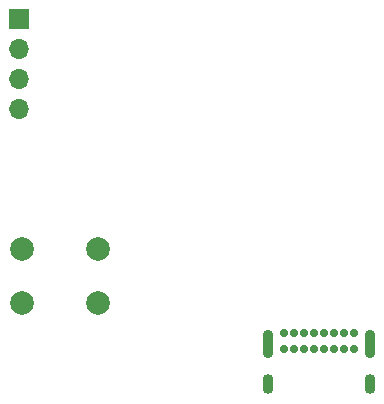
<source format=gbr>
%TF.GenerationSoftware,KiCad,Pcbnew,8.0.5*%
%TF.CreationDate,2025-10-28T17:55:05-05:00*%
%TF.ProjectId,Microcontroller,4d696372-6f63-46f6-9e74-726f6c6c6572,rev?*%
%TF.SameCoordinates,Original*%
%TF.FileFunction,Soldermask,Bot*%
%TF.FilePolarity,Negative*%
%FSLAX46Y46*%
G04 Gerber Fmt 4.6, Leading zero omitted, Abs format (unit mm)*
G04 Created by KiCad (PCBNEW 8.0.5) date 2025-10-28 17:55:05*
%MOMM*%
%LPD*%
G01*
G04 APERTURE LIST*
%ADD10C,2.000000*%
%ADD11C,0.700000*%
%ADD12O,0.900000X2.400000*%
%ADD13O,0.900000X1.700000*%
%ADD14R,1.700000X1.700000*%
%ADD15O,1.700000X1.700000*%
G04 APERTURE END LIST*
D10*
%TO.C,SW1*%
X81130000Y-126810000D03*
X87630000Y-126810000D03*
X81130000Y-131310000D03*
X87630000Y-131310000D03*
%TD*%
D11*
%TO.C,USBC1*%
X103330000Y-133870000D03*
X104180000Y-133870000D03*
X105030000Y-133870000D03*
X105880000Y-133870000D03*
X106730000Y-133870000D03*
X107580000Y-133870000D03*
X108430000Y-133870000D03*
X109280000Y-133870000D03*
X109280000Y-135220000D03*
X108430000Y-135220000D03*
X107580000Y-135220000D03*
X106730000Y-135220000D03*
X105880000Y-135220000D03*
X105030000Y-135220000D03*
X104180000Y-135220000D03*
X103330000Y-135220000D03*
D12*
X101980000Y-134850000D03*
D13*
X101980000Y-138230000D03*
D12*
X110630000Y-134850000D03*
D13*
X110630000Y-138230000D03*
%TD*%
D14*
%TO.C,ST-Link1*%
X80920000Y-107340000D03*
D15*
X80920000Y-109880000D03*
X80920000Y-112420000D03*
X80920000Y-114960000D03*
%TD*%
M02*

</source>
